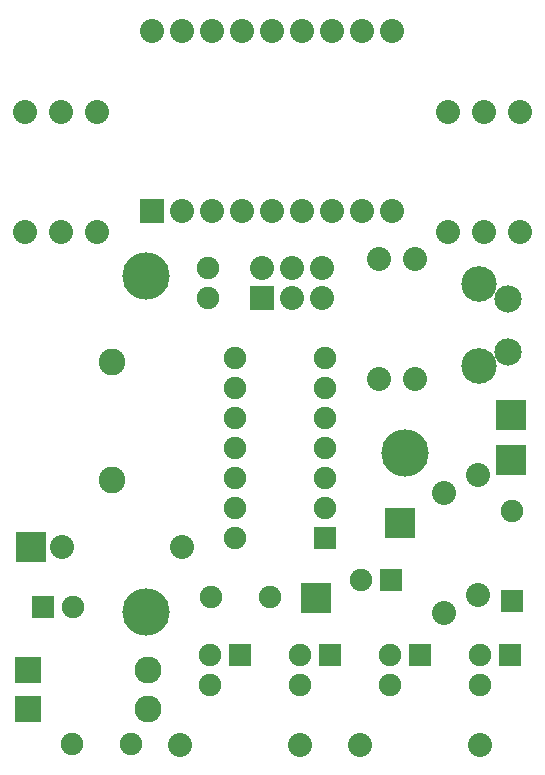
<source format=gts>
G04 (created by PCBNEW-RS274X (2011-05-25)-stable) date Sun 28 Jul 2013 21:18:55 BST*
G01*
G70*
G90*
%MOIN*%
G04 Gerber Fmt 3.4, Leading zero omitted, Abs format*
%FSLAX34Y34*%
G04 APERTURE LIST*
%ADD10C,0.006000*%
%ADD11C,0.157800*%
%ADD12C,0.118400*%
%ADD13C,0.090900*%
%ADD14R,0.075000X0.075000*%
%ADD15C,0.075000*%
%ADD16R,0.080000X0.080000*%
%ADD17C,0.080000*%
%ADD18R,0.098700X0.098700*%
%ADD19C,0.088900*%
%ADD20C,0.090000*%
%ADD21R,0.090000X0.090000*%
G04 APERTURE END LIST*
G54D10*
G54D11*
X15354Y-32086D03*
X24016Y-26771D03*
X15354Y-20866D03*
G54D12*
X26457Y-21142D03*
G54D13*
X27441Y-21634D03*
X27441Y-23406D03*
G54D12*
X26457Y-23898D03*
G54D14*
X23533Y-31017D03*
G54D15*
X22533Y-31017D03*
G54D14*
X27500Y-33500D03*
G54D15*
X26500Y-33500D03*
X26500Y-34500D03*
G54D16*
X15551Y-18701D03*
G54D17*
X16551Y-18701D03*
X17551Y-18701D03*
X18551Y-18701D03*
X19551Y-18701D03*
X20551Y-18701D03*
X21551Y-18701D03*
X22551Y-18701D03*
X23551Y-18701D03*
X23551Y-12701D03*
X22551Y-12701D03*
X21551Y-12701D03*
X20551Y-12701D03*
X19551Y-12701D03*
X18551Y-12701D03*
X17551Y-12701D03*
X16551Y-12701D03*
X15551Y-12701D03*
G54D14*
X21333Y-29617D03*
G54D15*
X21333Y-28617D03*
X21333Y-27617D03*
X21333Y-26617D03*
X21333Y-25617D03*
X21333Y-24617D03*
X21333Y-23617D03*
X18333Y-23617D03*
X18333Y-24617D03*
X18333Y-25617D03*
X18333Y-26617D03*
X18333Y-27617D03*
X18333Y-28617D03*
X18333Y-29617D03*
G54D16*
X19233Y-21617D03*
G54D17*
X19233Y-20617D03*
X20233Y-21617D03*
X20233Y-20617D03*
X21233Y-21617D03*
X21233Y-20617D03*
G54D14*
X24500Y-33500D03*
G54D15*
X23500Y-33500D03*
X23500Y-34500D03*
G54D14*
X21500Y-33500D03*
G54D15*
X20500Y-33500D03*
X20500Y-34500D03*
G54D14*
X18500Y-33500D03*
G54D15*
X17500Y-33500D03*
X17500Y-34500D03*
G54D14*
X27559Y-31716D03*
G54D15*
X27559Y-28716D03*
G54D14*
X11933Y-31917D03*
G54D15*
X12933Y-31917D03*
X17520Y-31594D03*
X19488Y-31594D03*
X14882Y-36496D03*
X12914Y-36496D03*
G54D18*
X21033Y-31617D03*
X27533Y-25517D03*
X23833Y-29117D03*
X27533Y-27017D03*
X11533Y-29917D03*
G54D15*
X17433Y-20617D03*
X17433Y-21617D03*
G54D19*
X14233Y-23748D03*
X14233Y-27686D03*
G54D20*
X15433Y-35317D03*
G54D21*
X11433Y-35317D03*
G54D20*
X15433Y-34017D03*
G54D21*
X11433Y-34017D03*
G54D17*
X24333Y-20317D03*
X24333Y-24317D03*
X26500Y-36500D03*
X22500Y-36500D03*
X11333Y-19417D03*
X11333Y-15417D03*
X12533Y-19417D03*
X12533Y-15417D03*
X13733Y-19417D03*
X13733Y-15417D03*
X25433Y-19417D03*
X25433Y-15417D03*
X26633Y-19417D03*
X26633Y-15417D03*
X27833Y-19417D03*
X27833Y-15417D03*
X23133Y-24317D03*
X23133Y-20317D03*
X12567Y-29921D03*
X16567Y-29921D03*
X20500Y-36500D03*
X16500Y-36500D03*
X26433Y-27517D03*
X26433Y-31517D03*
X25295Y-28118D03*
X25295Y-32118D03*
M02*

</source>
